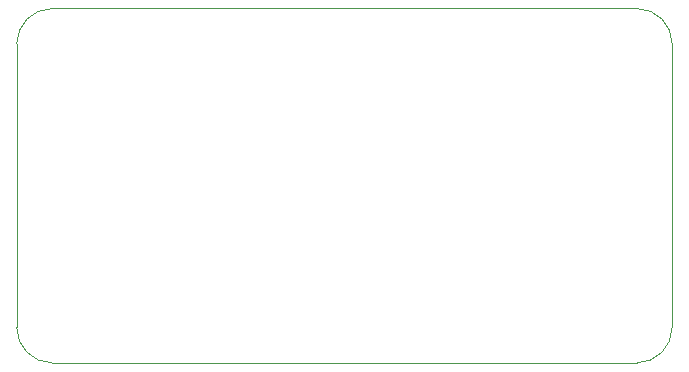
<source format=gbr>
G04 #@! TF.GenerationSoftware,KiCad,Pcbnew,8.0.0*
G04 #@! TF.CreationDate,2024-03-12T12:46:25+03:00*
G04 #@! TF.ProjectId,Maxxfan_ethernet_controller,4d617878-6661-46e5-9f65-746865726e65,rev?*
G04 #@! TF.SameCoordinates,Original*
G04 #@! TF.FileFunction,Profile,NP*
%FSLAX46Y46*%
G04 Gerber Fmt 4.6, Leading zero omitted, Abs format (unit mm)*
G04 Created by KiCad (PCBNEW 8.0.0) date 2024-03-12 12:46:25*
%MOMM*%
%LPD*%
G01*
G04 APERTURE LIST*
G04 #@! TA.AperFunction,Profile*
%ADD10C,0.050000*%
G04 #@! TD*
G04 APERTURE END LIST*
D10*
X97500000Y-124500002D02*
G75*
G02*
X94499998Y-121500002I0J3000002D01*
G01*
X147000002Y-124500002D02*
X97500000Y-124500002D01*
X94500000Y-121500002D02*
X94500000Y-97500000D01*
X150000002Y-121500002D02*
G75*
G02*
X147000002Y-124500002I-3000002J2D01*
G01*
X94500000Y-97500000D02*
G75*
G02*
X97500000Y-94500000I3000000J0D01*
G01*
X147000002Y-94500000D02*
G75*
G02*
X150000000Y-97500000I-2J-3000000D01*
G01*
X97500000Y-94500000D02*
X147000002Y-94500000D01*
X150000002Y-97500000D02*
X150000002Y-121500002D01*
M02*

</source>
